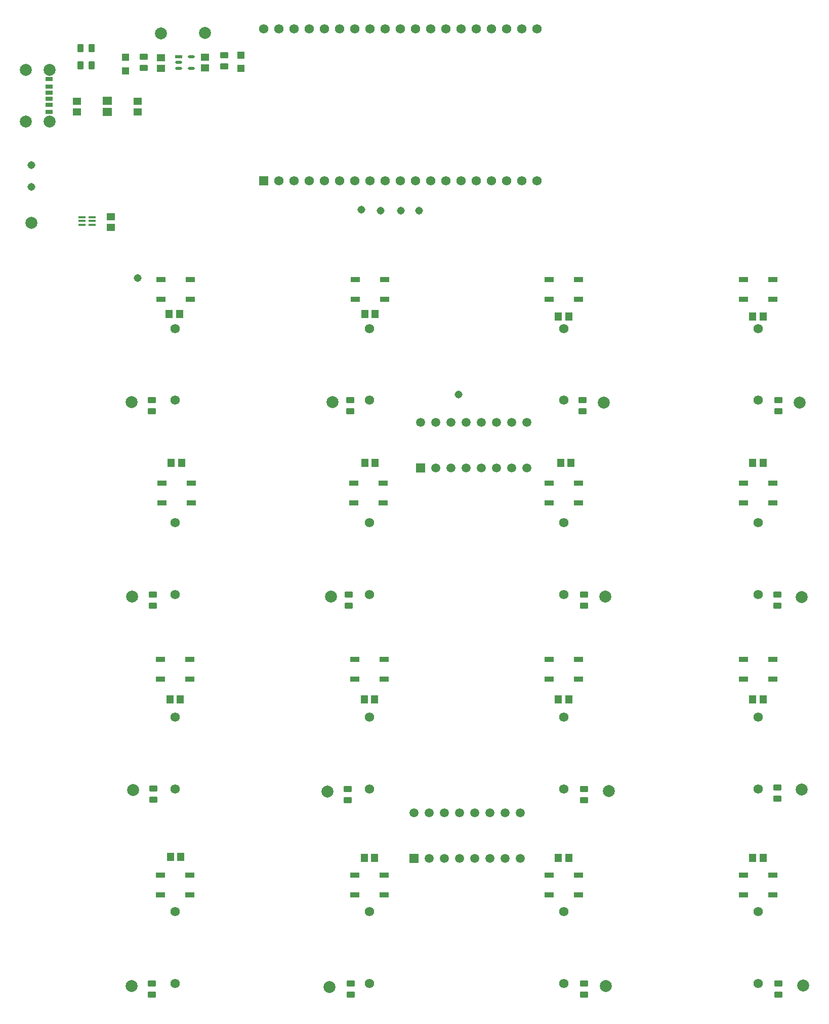
<source format=gbr>
%TF.GenerationSoftware,Altium Limited,Altium Designer,24.7.2 (38)*%
G04 Layer_Color=255*
%FSLAX45Y45*%
%MOMM*%
%TF.SameCoordinates,74662405-AD21-4814-813C-A76D1C426129*%
%TF.FilePolarity,Positive*%
%TF.FileFunction,Pads,Top*%
%TF.Part,Single*%
G01*
G75*
%TA.AperFunction,SMDPad,CuDef*%
G04:AMPARAMS|DCode=10|XSize=1mm|YSize=1.42mm|CornerRadius=0.125mm|HoleSize=0mm|Usage=FLASHONLY|Rotation=90.000|XOffset=0mm|YOffset=0mm|HoleType=Round|Shape=RoundedRectangle|*
%AMROUNDEDRECTD10*
21,1,1.00000,1.17000,0,0,90.0*
21,1,0.75000,1.42000,0,0,90.0*
1,1,0.25000,0.58500,0.37500*
1,1,0.25000,0.58500,-0.37500*
1,1,0.25000,-0.58500,-0.37500*
1,1,0.25000,-0.58500,0.37500*
%
%ADD10ROUNDEDRECTD10*%
%ADD11R,1.20000X0.70000*%
%ADD12R,1.20000X0.76000*%
%ADD13R,1.20000X0.80000*%
%ADD14R,1.17000X0.40000*%
%ADD15R,1.50000X0.90000*%
%ADD16R,1.15000X1.47000*%
%ADD17R,1.47000X1.15000*%
G04:AMPARAMS|DCode=18|XSize=1.15564mm|YSize=0.52981mm|CornerRadius=0.2649mm|HoleSize=0mm|Usage=FLASHONLY|Rotation=0.000|XOffset=0mm|YOffset=0mm|HoleType=Round|Shape=RoundedRectangle|*
%AMROUNDEDRECTD18*
21,1,1.15564,0.00000,0,0,0.0*
21,1,0.62584,0.52981,0,0,0.0*
1,1,0.52980,0.31292,0.00000*
1,1,0.52980,-0.31292,0.00000*
1,1,0.52980,-0.31292,0.00000*
1,1,0.52980,0.31292,0.00000*
%
%ADD18ROUNDEDRECTD18*%
%ADD19R,1.15564X0.52981*%
%ADD20R,1.30000X1.15000*%
%ADD21C,2.00000*%
%ADD22R,1.55620X1.45490*%
G04:AMPARAMS|DCode=23|XSize=1mm|YSize=1.42mm|CornerRadius=0.125mm|HoleSize=0mm|Usage=FLASHONLY|Rotation=180.000|XOffset=0mm|YOffset=0mm|HoleType=Round|Shape=RoundedRectangle|*
%AMROUNDEDRECTD23*
21,1,1.00000,1.17000,0,0,180.0*
21,1,0.75000,1.42000,0,0,180.0*
1,1,0.25000,-0.37500,0.58500*
1,1,0.25000,0.37500,0.58500*
1,1,0.25000,0.37500,-0.58500*
1,1,0.25000,-0.37500,-0.58500*
%
%ADD23ROUNDEDRECTD23*%
%TA.AperFunction,ComponentPad*%
%ADD27C,1.50000*%
%ADD28R,1.50000X1.50000*%
%ADD29C,2.00000*%
%ADD30R,1.56000X1.56000*%
%ADD31C,1.56000*%
%ADD32C,1.30800*%
D10*
X5651500Y7412200D02*
D03*
Y7599200D02*
D03*
X8928100Y7412200D02*
D03*
Y7599200D02*
D03*
X16116299Y10663400D02*
D03*
Y10850400D02*
D03*
X8953500Y10663400D02*
D03*
Y10850400D02*
D03*
X5638800Y10663400D02*
D03*
Y10850400D02*
D03*
X6845300Y16616200D02*
D03*
Y16429201D02*
D03*
X5499100Y16403799D02*
D03*
Y16590800D02*
D03*
X8915400Y4348000D02*
D03*
Y4161000D02*
D03*
X5638800Y1096800D02*
D03*
Y909800D02*
D03*
X8966200Y1096800D02*
D03*
Y909800D02*
D03*
X12865100Y1096800D02*
D03*
Y909800D02*
D03*
Y4348000D02*
D03*
Y4161000D02*
D03*
Y7599200D02*
D03*
Y7412200D02*
D03*
X12839700Y10850400D02*
D03*
Y10663400D02*
D03*
X16116299Y1096800D02*
D03*
Y909800D02*
D03*
X16103600Y7599200D02*
D03*
Y7412200D02*
D03*
Y4373400D02*
D03*
Y4186400D02*
D03*
X5664200Y4360700D02*
D03*
Y4173700D02*
D03*
D11*
X3920300Y15993581D02*
D03*
Y15893581D02*
D03*
D12*
Y15791580D02*
D03*
Y16095580D02*
D03*
D13*
Y16218581D02*
D03*
Y15668581D02*
D03*
D14*
X4638680Y13783080D02*
D03*
Y13848080D02*
D03*
Y13913080D02*
D03*
X4464680D02*
D03*
Y13848080D02*
D03*
Y13783080D02*
D03*
D15*
X5780000Y6515000D02*
D03*
Y6185000D02*
D03*
X6270000Y6515000D02*
D03*
Y6185000D02*
D03*
X5780000Y2915000D02*
D03*
Y2585000D02*
D03*
X6270000Y2915000D02*
D03*
Y2585000D02*
D03*
X5803900Y9465000D02*
D03*
Y9135000D02*
D03*
X6293900Y9465000D02*
D03*
Y9135000D02*
D03*
X9013300Y9465000D02*
D03*
Y9135000D02*
D03*
X9503300Y9465000D02*
D03*
Y9135000D02*
D03*
X12280000Y9465000D02*
D03*
Y9135000D02*
D03*
X12770000Y9465000D02*
D03*
Y9135000D02*
D03*
X15530000Y9465000D02*
D03*
Y9135000D02*
D03*
X16020000Y9465000D02*
D03*
Y9135000D02*
D03*
X9030000Y2915000D02*
D03*
Y2585000D02*
D03*
X9520000Y2915000D02*
D03*
Y2585000D02*
D03*
X12280000Y2915000D02*
D03*
Y2585000D02*
D03*
X12770000Y2915000D02*
D03*
Y2585000D02*
D03*
X15530000Y2915000D02*
D03*
Y2585000D02*
D03*
X16020000Y2915000D02*
D03*
Y2585000D02*
D03*
Y6185000D02*
D03*
Y6515000D02*
D03*
X15530000Y6185000D02*
D03*
Y6515000D02*
D03*
X12770000Y6185000D02*
D03*
Y6515000D02*
D03*
X12280000Y6185000D02*
D03*
Y6515000D02*
D03*
X9520000Y6185000D02*
D03*
Y6515000D02*
D03*
X9030000Y6185000D02*
D03*
Y6515000D02*
D03*
X16020000Y12535000D02*
D03*
Y12864999D02*
D03*
X15530000Y12535000D02*
D03*
Y12864999D02*
D03*
X12770000Y12535000D02*
D03*
Y12864999D02*
D03*
X12280000Y12535000D02*
D03*
Y12864999D02*
D03*
X9528700Y12535000D02*
D03*
Y12864999D02*
D03*
X9038700Y12535000D02*
D03*
Y12864999D02*
D03*
X6277500Y12535000D02*
D03*
Y12864999D02*
D03*
X5787500Y12535000D02*
D03*
Y12864999D02*
D03*
D16*
X5944500Y3213100D02*
D03*
X6120500D02*
D03*
X9187000Y3200000D02*
D03*
X9363000D02*
D03*
X12437000D02*
D03*
X12613000D02*
D03*
X15687000D02*
D03*
X15863000D02*
D03*
Y5850000D02*
D03*
X15687000D02*
D03*
X12613000D02*
D03*
X12437000D02*
D03*
X9363000D02*
D03*
X9187000D02*
D03*
X6113000D02*
D03*
X5937000D02*
D03*
X9195700Y9800000D02*
D03*
X9371700D02*
D03*
X12472300D02*
D03*
X12648300D02*
D03*
X5957200D02*
D03*
X6133200D02*
D03*
X15687000D02*
D03*
X15863000D02*
D03*
Y12250000D02*
D03*
X15687000D02*
D03*
X12610200D02*
D03*
X12434200D02*
D03*
X9371700Y12293600D02*
D03*
X9195700D02*
D03*
X6097640Y12296140D02*
D03*
X5921640D02*
D03*
D17*
X4953000Y13742300D02*
D03*
Y13918300D02*
D03*
X6527800Y16409300D02*
D03*
Y16585300D02*
D03*
X5791200Y16396600D02*
D03*
Y16572600D02*
D03*
X5397500Y15672701D02*
D03*
Y15848700D02*
D03*
X4381500Y15672701D02*
D03*
Y15848700D02*
D03*
D18*
X6298356Y16592300D02*
D03*
Y16402299D02*
D03*
X6083300D02*
D03*
Y16497301D02*
D03*
D19*
Y16592300D02*
D03*
D20*
X7124700Y16397501D02*
D03*
Y16622501D02*
D03*
X5194300Y16359399D02*
D03*
Y16584399D02*
D03*
D21*
X5791200Y16979900D02*
D03*
X6527800Y16992599D02*
D03*
X8572500Y4305300D02*
D03*
X5295900Y1054100D02*
D03*
X13284200Y4318000D02*
D03*
X13195300Y10807700D02*
D03*
X16535400Y1066800D02*
D03*
X16471899Y10807700D02*
D03*
X8661400Y10820400D02*
D03*
X5295900D02*
D03*
X16510001Y7556500D02*
D03*
X13220700Y7569200D02*
D03*
X8636000D02*
D03*
X5308600D02*
D03*
X16510001Y4343400D02*
D03*
X5321300Y4330700D02*
D03*
X13233400Y1054100D02*
D03*
X8610600Y1041400D02*
D03*
X3619500Y13817599D02*
D03*
D22*
X4889500Y15668135D02*
D03*
Y15853265D02*
D03*
D23*
X4440400Y16446500D02*
D03*
X4627400D02*
D03*
X4440400Y16738600D02*
D03*
X4627400D02*
D03*
D27*
X11912600Y10477500D02*
D03*
X11658600D02*
D03*
X11404600D02*
D03*
X11150600D02*
D03*
X10896600D02*
D03*
X10642600D02*
D03*
X10388600D02*
D03*
X10134600D02*
D03*
X11912600Y9715500D02*
D03*
X11658600D02*
D03*
X11404600D02*
D03*
X11150600D02*
D03*
X10896600D02*
D03*
X10642600D02*
D03*
X10388600D02*
D03*
X10274300Y3187700D02*
D03*
X10528300D02*
D03*
X10782300D02*
D03*
X11036300D02*
D03*
X11290300D02*
D03*
X11544300D02*
D03*
X11798300D02*
D03*
X10020300Y3949700D02*
D03*
X10274300D02*
D03*
X10528300D02*
D03*
X10782300D02*
D03*
X11036300D02*
D03*
X11290300D02*
D03*
X11544300D02*
D03*
X11798300D02*
D03*
D28*
X10134600Y9715500D02*
D03*
X10020300Y3187700D02*
D03*
D29*
X3525300Y16375580D02*
D03*
Y15511580D02*
D03*
X3924300Y16375380D02*
D03*
Y15511780D02*
D03*
D30*
X7505700Y14516100D02*
D03*
D31*
X7759700D02*
D03*
X8013700D02*
D03*
X8267700D02*
D03*
X8521700D02*
D03*
X8775700D02*
D03*
X9029700D02*
D03*
X9283700D02*
D03*
X9537700D02*
D03*
X9791700D02*
D03*
X10045700D02*
D03*
X10299700D02*
D03*
X10553700D02*
D03*
X10807700D02*
D03*
X11061700D02*
D03*
X11315700D02*
D03*
X11569700D02*
D03*
X11823700D02*
D03*
X12077700D02*
D03*
X7505700Y17056100D02*
D03*
X7759700D02*
D03*
X8013700D02*
D03*
X8267700D02*
D03*
X8521700D02*
D03*
X8775700D02*
D03*
X9029700D02*
D03*
X9283700D02*
D03*
X9537700D02*
D03*
X9791700D02*
D03*
X10045700D02*
D03*
X10299700D02*
D03*
X10553700D02*
D03*
X10807700D02*
D03*
X11061700D02*
D03*
X11315700D02*
D03*
X11569700D02*
D03*
X11823700D02*
D03*
X12077700D02*
D03*
X12525000Y12050000D02*
D03*
Y10850000D02*
D03*
X9275000Y4350000D02*
D03*
Y5550000D02*
D03*
X12525000Y1100000D02*
D03*
Y2300000D02*
D03*
X9275000Y1100000D02*
D03*
Y2300000D02*
D03*
X6025000Y1100000D02*
D03*
Y2300000D02*
D03*
X15775000Y1100000D02*
D03*
Y2300000D02*
D03*
Y4350000D02*
D03*
Y5550000D02*
D03*
X12525000Y4350000D02*
D03*
Y5550000D02*
D03*
X6025000Y4350000D02*
D03*
Y5550000D02*
D03*
Y7600000D02*
D03*
Y8800000D02*
D03*
X9275000Y7600000D02*
D03*
Y8800000D02*
D03*
X12525000Y7600000D02*
D03*
Y8800000D02*
D03*
X15775000Y7600000D02*
D03*
Y8800000D02*
D03*
Y10850000D02*
D03*
Y12050000D02*
D03*
X9275000Y10850000D02*
D03*
Y12050000D02*
D03*
X6025000Y10850000D02*
D03*
Y12050000D02*
D03*
D32*
X10767060Y10942320D02*
D03*
X5400730Y12889230D02*
D03*
X3622200Y14414500D02*
D03*
X9144000Y14033501D02*
D03*
X9461500Y14020799D02*
D03*
X3622200Y14784100D02*
D03*
X9804400Y14020799D02*
D03*
X10109200D02*
D03*
%TF.MD5,21e96afbb56864eab66ef38280f8de6b*%
M02*

</source>
